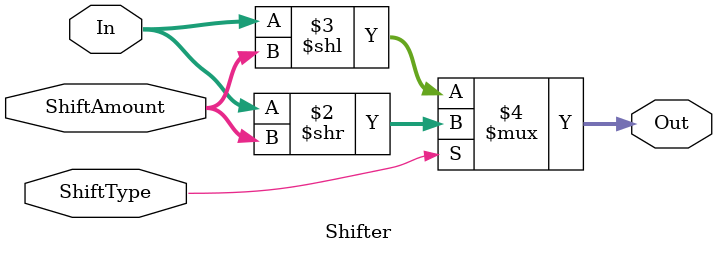
<source format=v>
module Shifter(In, ShiftType, ShiftAmount, Out);

	input  [31:0] In;
	input  ShiftType;
	input  [4:0]ShiftAmount;
	output [31:0] Out;
	//ShiftType - 0: LSL , 1: LSR
	assign Out = (ShiftType == 1'b1) ? (In >> ShiftAmount) : (In << ShiftAmount);

endmodule   

</source>
